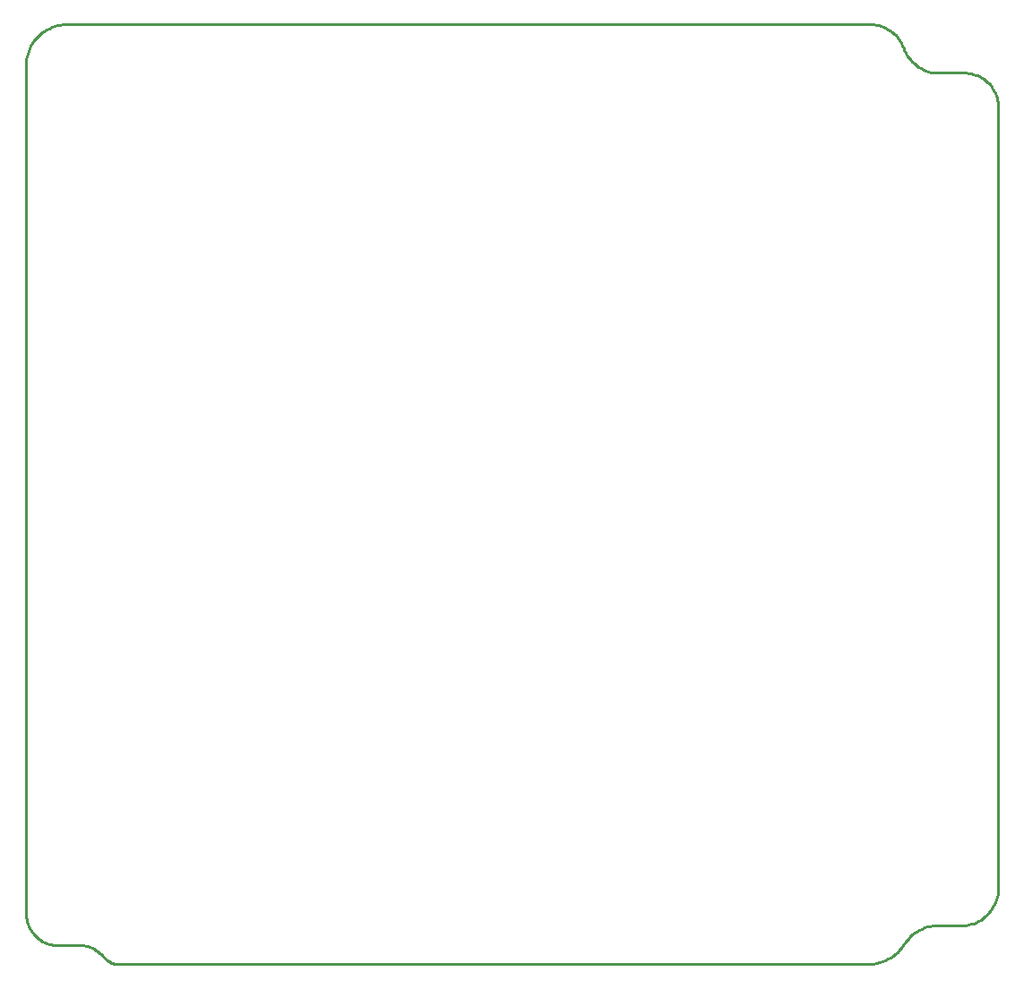
<source format=gko>
%FSTAX23Y23*%
%MOIN*%
%SFA1B1*%

%IPPOS*%
%ADD35C,0.010000*%
%LNpcb_ttc_rf4463f30-1*%
%LPD*%
G54D35*
X00154Y03502D02*
D01*
X00144Y03501*
X00133Y035*
X00123Y03498*
X00113Y03495*
X00102Y03491*
X00093Y03487*
X00083Y03482*
X00074Y03477*
X00065Y03471*
X00057Y03464*
X00049Y03457*
X00042Y03449*
X00035Y03441*
X00029Y03432*
X00024Y03423*
X00019Y03413*
X00015Y03403*
X00011Y03393*
X00009Y03383*
X00007Y03373*
X00005Y03362*
X00005Y03351*
X00005Y03346*
X00297Y00025D02*
D01*
X00292Y00032*
X00286Y00038*
X0028Y00044*
X00273Y00049*
X00266Y00054*
X00259Y00058*
X00252Y00062*
X00244Y00065*
X00236Y00068*
X00228Y0007*
X0022Y00071*
X00005Y00194D02*
D01*
X00005Y00185*
X00006Y00176*
X00008Y00168*
X0001Y0016*
X00013Y00152*
X00016Y00144*
X0002Y00136*
X00024Y00128*
X00029Y00121*
X00034Y00115*
X0004Y00108*
X00046Y00102*
X00053Y00097*
X0006Y00092*
X00067Y00087*
X00075Y00083*
X00083Y0008*
X00091Y00077*
X00099Y00075*
X00107Y00073*
X00116Y00072*
X00124Y00072*
X00129Y00071*
X03126Y00004D02*
D01*
X03137Y00003*
X03148Y00003*
X03159Y00004*
X0317Y00006*
X03181Y00009*
X03192Y00012*
X03202Y00016*
X03212Y00021*
X03222Y00027*
X03231Y00033*
X0324Y0004*
X03249Y00047*
X03257Y00055*
X03264Y00064*
X0327Y00073*
X03273Y00077*
X03389Y00146D02*
D01*
X03378Y00145*
X03368Y00143*
X03358Y00141*
X03348Y00138*
X03338Y00134*
X03329Y00129*
X0332Y00124*
X03312Y00118*
X03303Y00112*
X03296Y00105*
X03288Y00097*
X03282Y00089*
X03276Y00081*
X03273Y00077*
X03503Y00146D02*
D01*
X03512Y00148*
X03522Y00151*
X03531Y00154*
X0354Y00157*
X03549Y00162*
X03558Y00167*
X03566Y00172*
X03573Y00179*
X03581Y00185*
X03587Y00192*
X03594Y002*
X03599Y00208*
X03604Y00216*
X03609Y00225*
X03613Y00234*
X03616Y00243*
X03619Y00253*
X03621Y00262*
X03622Y00272*
X03623Y00282*
X03622Y00292*
X03622Y00302*
X03621Y00307*
X03271Y03414D02*
D01*
X03274Y03405*
X03279Y03396*
X03284Y03387*
X0329Y03378*
X03296Y03371*
X03303Y03363*
X03311Y03356*
X03319Y0335*
X03327Y03344*
X03336Y03339*
X03345Y03334*
X03354Y0333*
X03364Y03327*
X03374Y03324*
X03384Y03322*
X03388Y03321*
X03271Y03414D02*
D01*
X03267Y03423*
X03263Y03431*
X03258Y03439*
X03253Y03447*
X03248Y03454*
X03241Y03461*
X03235Y03467*
X03228Y03473*
X0322Y03479*
X03212Y03484*
X03204Y03488*
X03196Y03492*
X03187Y03495*
X03178Y03498*
X03169Y035*
X0316Y03501*
X03151Y03502*
X03144Y03502*
X03622Y03194D02*
D01*
X03622Y03202*
X03621Y03211*
X0362Y0322*
X03618Y03228*
X03615Y03237*
X03612Y03245*
X03609Y03253*
X03604Y0326*
X036Y03268*
X03595Y03275*
X03589Y03281*
X03583Y03287*
X03576Y03293*
X03569Y03299*
X03562Y03303*
X03554Y03308*
X03546Y03311*
X03538Y03314*
X0353Y03317*
X03521Y03319*
X03513Y0332*
X03504Y03321*
X035Y03321*
X00297Y00025D02*
D01*
X00301Y00022*
X00304Y00019*
X00308Y00016*
X00311Y00013*
X00315Y00011*
X00319Y00009*
X00324Y00007*
X00328Y00005*
X00333Y00004*
X00337Y00003*
X00342Y00003*
X00346Y00002*
X00348Y00002*
X00155Y03502D02*
X03144D01*
X00005Y00194D02*
Y03349D01*
X00129Y00071D02*
X0022D01*
X03389Y00146D02*
X03503D01*
X03388Y03321D02*
X035D01*
X03621Y00307D02*
Y03197D01*
X00348Y00002D02*
X03125D01*
M02*
</source>
